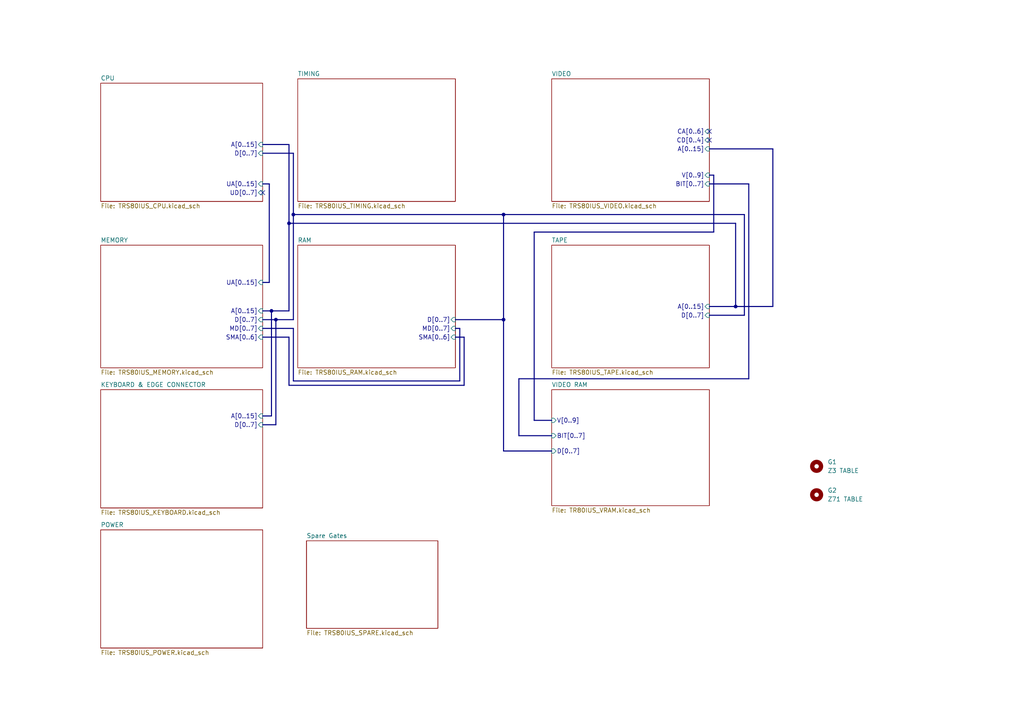
<source format=kicad_sch>
(kicad_sch (version 20230121) (generator eeschema)
  (paper "A4")
  (lib_symbols
    (symbol "Mechanical:MountingHole" (pin_names (offset 1.016))
      (property "Reference" "H" (at 0 5.08 0))
      (property "Value" "MountingHole" (at 0 3.175 0))
      (symbol "MountingHole_0_1"
        (circle (center 0 0) (radius 1.27) (stroke (width 1.27)))
      )
    )
  )
  (junction (at 146.05 62.23))
  (junction (at 80.01 92.71))
  (junction (at 78.74 90.17))
  (junction (at 85.09 62.23))
  (junction (at 213.36 88.9))
  (junction (at 83.82 64.77))
  (junction (at 146.05 92.71))
  (no_connect (at 76.2 55.88))
  (no_connect (at 205.74 40.64))
  (no_connect (at 205.74 38.1))
  (bus (pts (xy 146.05 130.81) (xy 160.02 130.81)))
  (bus (pts (xy 146.05 92.71) (xy 146.05 130.81)))
  (bus (pts (xy 205.74 53.34) (xy 217.17 53.34)))
  (bus (pts (xy 78.105 81.915) (xy 76.2 81.915)))
  (bus (pts (xy 217.17 53.34) (xy 217.17 109.855)))
  (bus (pts (xy 85.09 110.49) (xy 133.35 110.49)))
  (bus (pts (xy 213.36 64.77) (xy 213.36 88.9)))
  (bus (pts (xy 83.82 111.76) (xy 134.62 111.76)))
  (bus (pts (xy 83.82 97.79) (xy 83.82 111.76)))
  (bus (pts (xy 213.36 88.9) (xy 205.74 88.9)))
  (bus (pts (xy 205.74 43.18) (xy 224.155 43.18)))
  (bus (pts (xy 160.02 126.365) (xy 150.495 126.365)))
  (bus (pts (xy 133.35 110.49) (xy 133.35 95.25)))
  (bus (pts (xy 207.01 67.31) (xy 207.01 50.8)))
  (bus (pts (xy 146.05 62.23) (xy 215.9 62.23)))
  (bus (pts (xy 85.09 44.45) (xy 76.2 44.45)))
  (bus (pts (xy 80.01 92.71) (xy 85.09 92.71)))
  (bus (pts (xy 78.74 120.65) (xy 78.74 90.17)))
  (bus (pts (xy 134.62 111.76) (xy 134.62 97.79)))
  (bus (pts (xy 83.82 64.77) (xy 213.36 64.77)))
  (bus (pts (xy 133.35 95.25) (xy 132.08 95.25)))
  (bus (pts (xy 224.155 43.18) (xy 224.155 88.9)))
  (bus (pts (xy 207.01 50.8) (xy 205.74 50.8)))
  (bus (pts (xy 76.2 95.25) (xy 85.09 95.25)))
  (bus (pts (xy 76.2 53.34) (xy 78.105 53.34)))
  (bus (pts (xy 215.9 91.44) (xy 215.9 62.23)))
  (bus (pts (xy 76.2 97.79) (xy 83.82 97.79)))
  (bus (pts (xy 76.2 123.19) (xy 80.01 123.19)))
  (bus (pts (xy 224.155 88.9) (xy 213.36 88.9)))
  (bus (pts (xy 132.08 92.71) (xy 146.05 92.71)))
  (bus (pts (xy 83.82 90.17) (xy 78.74 90.17)))
  (bus (pts (xy 217.17 109.855) (xy 150.495 109.855)))
  (bus (pts (xy 76.2 120.65) (xy 78.74 120.65)))
  (bus (pts (xy 160.02 121.92) (xy 154.94 121.92)))
  (bus (pts (xy 146.05 62.23) (xy 85.09 62.23)))
  (bus (pts (xy 85.09 62.23) (xy 85.09 44.45)))
  (bus (pts (xy 150.495 126.365) (xy 150.495 109.855)))
  (bus (pts (xy 134.62 97.79) (xy 132.08 97.79)))
  (bus (pts (xy 146.05 92.71) (xy 146.05 62.23)))
  (bus (pts (xy 78.74 90.17) (xy 76.2 90.17)))
  (bus (pts (xy 205.74 91.44) (xy 215.9 91.44)))
  (bus (pts (xy 76.2 92.71) (xy 80.01 92.71)))
  (bus (pts (xy 83.82 41.91) (xy 83.82 64.77)))
  (bus (pts (xy 85.09 95.25) (xy 85.09 110.49)))
  (bus (pts (xy 76.2 41.91) (xy 83.82 41.91)))
  (bus (pts (xy 80.01 123.19) (xy 80.01 92.71)))
  (bus (pts (xy 154.94 67.31) (xy 154.94 121.92)))
  (bus (pts (xy 83.82 64.77) (xy 83.82 90.17)))
  (bus (pts (xy 78.105 53.34) (xy 78.105 81.915)))
  (bus (pts (xy 154.94 67.31) (xy 207.01 67.31)))
  (bus (pts (xy 85.09 92.71) (xy 85.09 62.23)))
  (symbol (lib_id "Mechanical:MountingHole") (at 236.855 143.51 0) (unit 1)
    (property "Reference" "G2" (at 240.03 142.24 0) (effects (justify left)))
    (property "Value" "Z71 TABLE" (at 240.03 144.78 0) (effects (justify left)))
    (property "Footprint" "TRS80IUS:Z71TABLE" (effects hide))
  )
  (symbol (lib_id "Mechanical:MountingHole") (at 236.855 135.255 0) (unit 1)
    (property "Reference" "G1" (at 240.03 133.985 0) (effects (justify left)))
    (property "Value" "Z3 TABLE" (at 240.03 136.525 0) (effects (justify left)))
    (property "Footprint" "TRS80IUS:Z3TABLE" (effects hide))
  )
  (sheet (at 29.21 24.13) (size 46.99 34.29) (stroke (width 0.1524))
    (property "Sheetname" "CPU" (at 29.21 23.4184 0) (effects (justify left bottom)))
    (property "Sheetfile" "TRS80IUS_CPU.kicad_sch" (at 29.21 59.0046 0) (effects (justify left top)))
    (pin "D[0..7]" input (at 76.2 44.45 0))
    (pin "A[0..15]" input (at 76.2 41.91 0))
    (pin "UA[0..15]" input (at 76.2 53.34 0))
    (pin "UD[0..7]" input (at 76.2 55.88 0))
  )
  (sheet (at 86.36 22.86) (size 45.72 35.56) (stroke (width 0.1524))
    (property "Sheetname" "TIMING" (at 86.36 22.1484 0) (effects (justify left bottom)))
    (property "Sheetfile" "TRS80IUS_TIMING.kicad_sch" (at 86.36 59.0046 0) (effects (justify left top)))
  )
  (sheet (at 29.21 153.67) (size 46.99 34.29) (stroke (width 0.1524))
    (property "Sheetname" "POWER" (at 29.21 152.9584 0) (effects (justify left bottom)))
    (property "Sheetfile" "TRS80IUS_POWER.kicad_sch" (at 29.21 188.5446 0) (effects (justify left top)))
  )
  (sheet (at 160.02 71.12) (size 45.72 35.56) (stroke (width 0.1524))
    (property "Sheetname" "TAPE" (at 160.02 70.4084 0) (effects (justify left bottom)))
    (property "Sheetfile" "TRS80IUS_TAPE.kicad_sch" (at 160.02 107.2646 0) (effects (justify left top)))
    (pin "D[0..7]" input (at 205.74 91.44 0))
    (pin "A[0..15]" input (at 205.74 88.9 0))
  )
  (sheet (at 160.02 22.86) (size 45.72 35.56) (stroke (width 0.1524))
    (property "Sheetname" "VIDEO" (at 160.02 22.1484 0) (effects (justify left bottom)))
    (property "Sheetfile" "TRS80IUS_VIDEO.kicad_sch" (at 160.02 59.0046 0) (effects (justify left top)))
    (pin "V[0..9]" input (at 205.74 50.8 0))
    (pin "BIT[0..7]" input (at 205.74 53.34 0))
    (pin "CD[0..4]" input (at 205.74 40.64 0))
    (pin "A[0..15]" input (at 205.74 43.18 0))
    (pin "CA[0..6]" input (at 205.74 38.1 0))
  )
  (sheet (at 160.02 113.03) (size 45.72 33.655) (stroke (width 0.1524))
    (property "Sheetname" "VIDEO RAM" (at 160.02 112.3184 0) (effects (justify left bottom)))
    (property "Sheetfile" "TR80IUS_VRAM.kicad_sch" (at 160.02 147.2696 0) (effects (justify left top)))
    (pin "V[0..9]" input (at 160.02 121.92 180))
    (pin "BIT[0..7]" input (at 160.02 126.365 180))
    (pin "D[0..7]" input (at 160.02 130.81 180))
  )
  (sheet (at 29.21 71.12) (size 46.99 35.56) (stroke (width 0.1524))
    (property "Sheetname" "MEMORY" (at 29.21 70.4084 0) (effects (justify left bottom)))
    (property "Sheetfile" "TRS80IUS_MEMORY.kicad_sch" (at 29.21 107.2646 0) (effects (justify left top)))
    (pin "D[0..7]" input (at 76.2 92.71 0))
    (pin "A[0..15]" input (at 76.2 90.17 0))
    (pin "MD[0..7]" input (at 76.2 95.25 0))
    (pin "SMA[0..6]" input (at 76.2 97.79 0))
    (pin "UA[0..15]" input (at 76.2 81.915 0))
  )
  (sheet (at 86.36 71.12) (size 45.72 35.56) (stroke (width 0.1524))
    (property "Sheetname" "RAM" (at 86.36 70.4084 0) (effects (justify left bottom)))
    (property "Sheetfile" "TRS80IUS_RAM.kicad_sch" (at 86.36 107.2646 0) (effects (justify left top)))
    (pin "D[0..7]" input (at 132.08 92.71 0))
    (pin "SMA[0..6]" input (at 132.08 97.79 0))
    (pin "MD[0..7]" input (at 132.08 95.25 0))
  )
  (sheet (at 88.9 156.845) (size 38.1 25.4) (stroke (width 0.1524))
    (property "Sheetname" "Spare Gates" (at 88.9 156.1334 0) (effects (justify left bottom)))
    (property "Sheetfile" "TRS80IUS_SPARE.kicad_sch" (at 88.9 182.8296 0) (effects (justify left top)))
  )
  (sheet (at 29.21 113.03) (size 46.99 34.29) (stroke (width 0.1524))
    (property "Sheetname" "KEYBOARD & EDGE CONNECTOR" (at 29.21 112.3184 0) (effects (justify left bottom)))
    (property "Sheetfile" "TRS80IUS_KEYBOARD.kicad_sch" (at 29.21 147.9046 0) (effects (justify left top)))
    (pin "A[0..15]" input (at 76.2 120.65 0))
    (pin "D[0..7]" input (at 76.2 123.19 0))
  )
)
</source>
